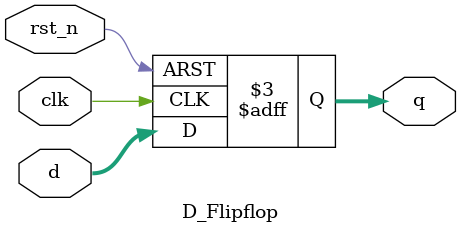
<source format=v>
`timescale 1ns / 1ps


module D_Flipflop #(parameter addrsize = 8)(
    q,
    clk,
    rst_n,
    d
    );
    
    output reg [addrsize:0]q;
    input clk;
    input rst_n;
    input [addrsize:0]d;
    
    always@(posedge clk, negedge rst_n)
    begin
        if(!rst_n)
            q <= 0;
        
        else
            q <= d;
    end
endmodule

</source>
